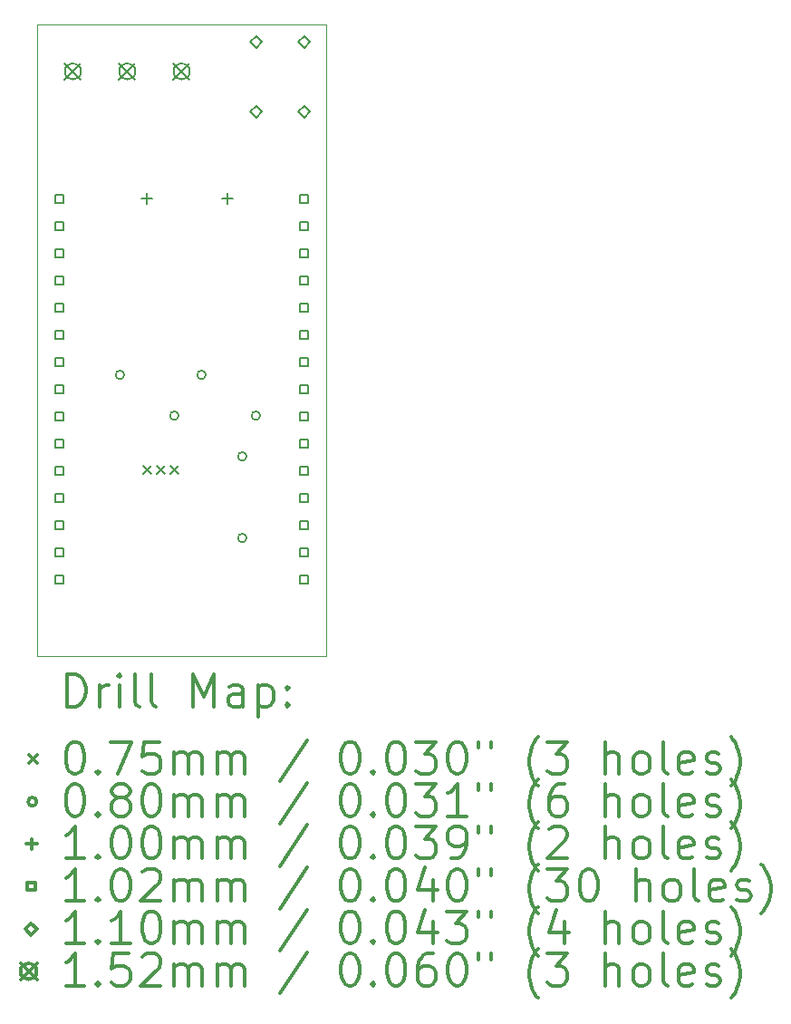
<source format=gbr>
%FSLAX45Y45*%
G04 Gerber Fmt 4.5, Leading zero omitted, Abs format (unit mm)*
G04 Created by KiCad (PCBNEW (5.1.4-0-10_14)) date 2020-02-21 16:53:22*
%MOMM*%
%LPD*%
G04 APERTURE LIST*
%ADD10C,0.050000*%
%ADD11C,0.200000*%
%ADD12C,0.300000*%
G04 APERTURE END LIST*
D10*
X0Y-5905500D02*
X12700Y-5905500D01*
X0Y0D02*
X0Y-5905500D01*
X12700Y0D02*
X0Y0D01*
X2705100Y0D02*
X12700Y0D01*
X2705100Y-5905500D02*
X2705100Y0D01*
X12700Y-5905500D02*
X2705100Y-5905500D01*
D11*
X991200Y-4128100D02*
X1066200Y-4203100D01*
X1066200Y-4128100D02*
X991200Y-4203100D01*
X1118200Y-4128100D02*
X1193200Y-4203100D01*
X1193200Y-4128100D02*
X1118200Y-4203100D01*
X1245200Y-4128100D02*
X1320200Y-4203100D01*
X1320200Y-4128100D02*
X1245200Y-4203100D01*
X1322700Y-3657600D02*
G75*
G03X1322700Y-3657600I-40000J0D01*
G01*
X2084700Y-3657600D02*
G75*
G03X2084700Y-3657600I-40000J0D01*
G01*
X1957700Y-4038600D02*
G75*
G03X1957700Y-4038600I-40000J0D01*
G01*
X1957700Y-4800600D02*
G75*
G03X1957700Y-4800600I-40000J0D01*
G01*
X814700Y-3276600D02*
G75*
G03X814700Y-3276600I-40000J0D01*
G01*
X1576700Y-3276600D02*
G75*
G03X1576700Y-3276600I-40000J0D01*
G01*
X1028700Y-1575600D02*
X1028700Y-1675600D01*
X978700Y-1625600D02*
X1078700Y-1625600D01*
X1778700Y-1575600D02*
X1778700Y-1675600D01*
X1728700Y-1625600D02*
X1828700Y-1625600D01*
X246621Y-1669021D02*
X246621Y-1597179D01*
X174779Y-1597179D01*
X174779Y-1669021D01*
X246621Y-1669021D01*
X246621Y-1923021D02*
X246621Y-1851179D01*
X174779Y-1851179D01*
X174779Y-1923021D01*
X246621Y-1923021D01*
X246621Y-2177022D02*
X246621Y-2105179D01*
X174779Y-2105179D01*
X174779Y-2177022D01*
X246621Y-2177022D01*
X246621Y-2431022D02*
X246621Y-2359179D01*
X174779Y-2359179D01*
X174779Y-2431022D01*
X246621Y-2431022D01*
X246621Y-2685022D02*
X246621Y-2613179D01*
X174779Y-2613179D01*
X174779Y-2685022D01*
X246621Y-2685022D01*
X246621Y-2939021D02*
X246621Y-2867179D01*
X174779Y-2867179D01*
X174779Y-2939021D01*
X246621Y-2939021D01*
X246621Y-3193021D02*
X246621Y-3121179D01*
X174779Y-3121179D01*
X174779Y-3193021D01*
X246621Y-3193021D01*
X246621Y-3447021D02*
X246621Y-3375179D01*
X174779Y-3375179D01*
X174779Y-3447021D01*
X246621Y-3447021D01*
X246621Y-3701021D02*
X246621Y-3629179D01*
X174779Y-3629179D01*
X174779Y-3701021D01*
X246621Y-3701021D01*
X246621Y-3955021D02*
X246621Y-3883179D01*
X174779Y-3883179D01*
X174779Y-3955021D01*
X246621Y-3955021D01*
X246621Y-4209022D02*
X246621Y-4137179D01*
X174779Y-4137179D01*
X174779Y-4209022D01*
X246621Y-4209022D01*
X246621Y-4463022D02*
X246621Y-4391179D01*
X174779Y-4391179D01*
X174779Y-4463022D01*
X246621Y-4463022D01*
X246621Y-4717022D02*
X246621Y-4645179D01*
X174779Y-4645179D01*
X174779Y-4717022D01*
X246621Y-4717022D01*
X246621Y-4971022D02*
X246621Y-4899179D01*
X174779Y-4899179D01*
X174779Y-4971022D01*
X246621Y-4971022D01*
X246621Y-5225022D02*
X246621Y-5153179D01*
X174779Y-5153179D01*
X174779Y-5225022D01*
X246621Y-5225022D01*
X2532622Y-1669021D02*
X2532622Y-1597179D01*
X2460779Y-1597179D01*
X2460779Y-1669021D01*
X2532622Y-1669021D01*
X2532622Y-1923021D02*
X2532622Y-1851179D01*
X2460779Y-1851179D01*
X2460779Y-1923021D01*
X2532622Y-1923021D01*
X2532622Y-2177022D02*
X2532622Y-2105179D01*
X2460779Y-2105179D01*
X2460779Y-2177022D01*
X2532622Y-2177022D01*
X2532622Y-2431022D02*
X2532622Y-2359179D01*
X2460779Y-2359179D01*
X2460779Y-2431022D01*
X2532622Y-2431022D01*
X2532622Y-2685022D02*
X2532622Y-2613179D01*
X2460779Y-2613179D01*
X2460779Y-2685022D01*
X2532622Y-2685022D01*
X2532622Y-2939021D02*
X2532622Y-2867179D01*
X2460779Y-2867179D01*
X2460779Y-2939021D01*
X2532622Y-2939021D01*
X2532622Y-3193021D02*
X2532622Y-3121179D01*
X2460779Y-3121179D01*
X2460779Y-3193021D01*
X2532622Y-3193021D01*
X2532622Y-3447021D02*
X2532622Y-3375179D01*
X2460779Y-3375179D01*
X2460779Y-3447021D01*
X2532622Y-3447021D01*
X2532622Y-3701021D02*
X2532622Y-3629179D01*
X2460779Y-3629179D01*
X2460779Y-3701021D01*
X2532622Y-3701021D01*
X2532622Y-3955021D02*
X2532622Y-3883179D01*
X2460779Y-3883179D01*
X2460779Y-3955021D01*
X2532622Y-3955021D01*
X2532622Y-4209022D02*
X2532622Y-4137179D01*
X2460779Y-4137179D01*
X2460779Y-4209022D01*
X2532622Y-4209022D01*
X2532622Y-4463022D02*
X2532622Y-4391179D01*
X2460779Y-4391179D01*
X2460779Y-4463022D01*
X2532622Y-4463022D01*
X2532622Y-4717022D02*
X2532622Y-4645179D01*
X2460779Y-4645179D01*
X2460779Y-4717022D01*
X2532622Y-4717022D01*
X2532622Y-4971022D02*
X2532622Y-4899179D01*
X2460779Y-4899179D01*
X2460779Y-4971022D01*
X2532622Y-4971022D01*
X2532622Y-5225022D02*
X2532622Y-5153179D01*
X2460779Y-5153179D01*
X2460779Y-5225022D01*
X2532622Y-5225022D01*
X2047788Y-221868D02*
X2102788Y-166869D01*
X2047788Y-111868D01*
X1992788Y-166869D01*
X2047788Y-221868D01*
X2047788Y-871868D02*
X2102788Y-816868D01*
X2047788Y-761868D01*
X1992788Y-816868D01*
X2047788Y-871868D01*
X2497788Y-221868D02*
X2552788Y-166869D01*
X2497788Y-111868D01*
X2442788Y-166869D01*
X2497788Y-221868D01*
X2497788Y-871868D02*
X2552788Y-816868D01*
X2497788Y-761868D01*
X2442788Y-816868D01*
X2497788Y-871868D01*
X259592Y-364070D02*
X411592Y-516070D01*
X411592Y-364070D02*
X259592Y-516070D01*
X411592Y-440070D02*
G75*
G03X411592Y-440070I-76000J0D01*
G01*
X767592Y-364070D02*
X919592Y-516070D01*
X919592Y-364070D02*
X767592Y-516070D01*
X919592Y-440070D02*
G75*
G03X919592Y-440070I-76000J0D01*
G01*
X1275592Y-364070D02*
X1427592Y-516070D01*
X1427592Y-364070D02*
X1275592Y-516070D01*
X1427592Y-440070D02*
G75*
G03X1427592Y-440070I-76000J0D01*
G01*
D12*
X283928Y-6373714D02*
X283928Y-6073714D01*
X355357Y-6073714D01*
X398214Y-6088000D01*
X426786Y-6116571D01*
X441071Y-6145143D01*
X455357Y-6202286D01*
X455357Y-6245143D01*
X441071Y-6302286D01*
X426786Y-6330857D01*
X398214Y-6359429D01*
X355357Y-6373714D01*
X283928Y-6373714D01*
X583928Y-6373714D02*
X583928Y-6173714D01*
X583928Y-6230857D02*
X598214Y-6202286D01*
X612500Y-6188000D01*
X641071Y-6173714D01*
X669643Y-6173714D01*
X769643Y-6373714D02*
X769643Y-6173714D01*
X769643Y-6073714D02*
X755357Y-6088000D01*
X769643Y-6102286D01*
X783928Y-6088000D01*
X769643Y-6073714D01*
X769643Y-6102286D01*
X955357Y-6373714D02*
X926786Y-6359429D01*
X912500Y-6330857D01*
X912500Y-6073714D01*
X1112500Y-6373714D02*
X1083928Y-6359429D01*
X1069643Y-6330857D01*
X1069643Y-6073714D01*
X1455357Y-6373714D02*
X1455357Y-6073714D01*
X1555357Y-6288000D01*
X1655357Y-6073714D01*
X1655357Y-6373714D01*
X1926786Y-6373714D02*
X1926786Y-6216571D01*
X1912500Y-6188000D01*
X1883928Y-6173714D01*
X1826786Y-6173714D01*
X1798214Y-6188000D01*
X1926786Y-6359429D02*
X1898214Y-6373714D01*
X1826786Y-6373714D01*
X1798214Y-6359429D01*
X1783928Y-6330857D01*
X1783928Y-6302286D01*
X1798214Y-6273714D01*
X1826786Y-6259429D01*
X1898214Y-6259429D01*
X1926786Y-6245143D01*
X2069643Y-6173714D02*
X2069643Y-6473714D01*
X2069643Y-6188000D02*
X2098214Y-6173714D01*
X2155357Y-6173714D01*
X2183928Y-6188000D01*
X2198214Y-6202286D01*
X2212500Y-6230857D01*
X2212500Y-6316571D01*
X2198214Y-6345143D01*
X2183928Y-6359429D01*
X2155357Y-6373714D01*
X2098214Y-6373714D01*
X2069643Y-6359429D01*
X2341071Y-6345143D02*
X2355357Y-6359429D01*
X2341071Y-6373714D01*
X2326786Y-6359429D01*
X2341071Y-6345143D01*
X2341071Y-6373714D01*
X2341071Y-6188000D02*
X2355357Y-6202286D01*
X2341071Y-6216571D01*
X2326786Y-6202286D01*
X2341071Y-6188000D01*
X2341071Y-6216571D01*
X-77500Y-6830500D02*
X-2500Y-6905500D01*
X-2500Y-6830500D02*
X-77500Y-6905500D01*
X341071Y-6703714D02*
X369643Y-6703714D01*
X398214Y-6718000D01*
X412500Y-6732286D01*
X426786Y-6760857D01*
X441071Y-6818000D01*
X441071Y-6889429D01*
X426786Y-6946571D01*
X412500Y-6975143D01*
X398214Y-6989429D01*
X369643Y-7003714D01*
X341071Y-7003714D01*
X312500Y-6989429D01*
X298214Y-6975143D01*
X283928Y-6946571D01*
X269643Y-6889429D01*
X269643Y-6818000D01*
X283928Y-6760857D01*
X298214Y-6732286D01*
X312500Y-6718000D01*
X341071Y-6703714D01*
X569643Y-6975143D02*
X583928Y-6989429D01*
X569643Y-7003714D01*
X555357Y-6989429D01*
X569643Y-6975143D01*
X569643Y-7003714D01*
X683928Y-6703714D02*
X883928Y-6703714D01*
X755357Y-7003714D01*
X1141071Y-6703714D02*
X998214Y-6703714D01*
X983928Y-6846571D01*
X998214Y-6832286D01*
X1026786Y-6818000D01*
X1098214Y-6818000D01*
X1126786Y-6832286D01*
X1141071Y-6846571D01*
X1155357Y-6875143D01*
X1155357Y-6946571D01*
X1141071Y-6975143D01*
X1126786Y-6989429D01*
X1098214Y-7003714D01*
X1026786Y-7003714D01*
X998214Y-6989429D01*
X983928Y-6975143D01*
X1283928Y-7003714D02*
X1283928Y-6803714D01*
X1283928Y-6832286D02*
X1298214Y-6818000D01*
X1326786Y-6803714D01*
X1369643Y-6803714D01*
X1398214Y-6818000D01*
X1412500Y-6846571D01*
X1412500Y-7003714D01*
X1412500Y-6846571D02*
X1426786Y-6818000D01*
X1455357Y-6803714D01*
X1498214Y-6803714D01*
X1526786Y-6818000D01*
X1541071Y-6846571D01*
X1541071Y-7003714D01*
X1683928Y-7003714D02*
X1683928Y-6803714D01*
X1683928Y-6832286D02*
X1698214Y-6818000D01*
X1726786Y-6803714D01*
X1769643Y-6803714D01*
X1798214Y-6818000D01*
X1812500Y-6846571D01*
X1812500Y-7003714D01*
X1812500Y-6846571D02*
X1826786Y-6818000D01*
X1855357Y-6803714D01*
X1898214Y-6803714D01*
X1926786Y-6818000D01*
X1941071Y-6846571D01*
X1941071Y-7003714D01*
X2526786Y-6689429D02*
X2269643Y-7075143D01*
X2912500Y-6703714D02*
X2941071Y-6703714D01*
X2969643Y-6718000D01*
X2983928Y-6732286D01*
X2998214Y-6760857D01*
X3012500Y-6818000D01*
X3012500Y-6889429D01*
X2998214Y-6946571D01*
X2983928Y-6975143D01*
X2969643Y-6989429D01*
X2941071Y-7003714D01*
X2912500Y-7003714D01*
X2883928Y-6989429D01*
X2869643Y-6975143D01*
X2855357Y-6946571D01*
X2841071Y-6889429D01*
X2841071Y-6818000D01*
X2855357Y-6760857D01*
X2869643Y-6732286D01*
X2883928Y-6718000D01*
X2912500Y-6703714D01*
X3141071Y-6975143D02*
X3155357Y-6989429D01*
X3141071Y-7003714D01*
X3126786Y-6989429D01*
X3141071Y-6975143D01*
X3141071Y-7003714D01*
X3341071Y-6703714D02*
X3369643Y-6703714D01*
X3398214Y-6718000D01*
X3412500Y-6732286D01*
X3426786Y-6760857D01*
X3441071Y-6818000D01*
X3441071Y-6889429D01*
X3426786Y-6946571D01*
X3412500Y-6975143D01*
X3398214Y-6989429D01*
X3369643Y-7003714D01*
X3341071Y-7003714D01*
X3312500Y-6989429D01*
X3298214Y-6975143D01*
X3283928Y-6946571D01*
X3269643Y-6889429D01*
X3269643Y-6818000D01*
X3283928Y-6760857D01*
X3298214Y-6732286D01*
X3312500Y-6718000D01*
X3341071Y-6703714D01*
X3541071Y-6703714D02*
X3726786Y-6703714D01*
X3626786Y-6818000D01*
X3669643Y-6818000D01*
X3698214Y-6832286D01*
X3712500Y-6846571D01*
X3726786Y-6875143D01*
X3726786Y-6946571D01*
X3712500Y-6975143D01*
X3698214Y-6989429D01*
X3669643Y-7003714D01*
X3583928Y-7003714D01*
X3555357Y-6989429D01*
X3541071Y-6975143D01*
X3912500Y-6703714D02*
X3941071Y-6703714D01*
X3969643Y-6718000D01*
X3983928Y-6732286D01*
X3998214Y-6760857D01*
X4012500Y-6818000D01*
X4012500Y-6889429D01*
X3998214Y-6946571D01*
X3983928Y-6975143D01*
X3969643Y-6989429D01*
X3941071Y-7003714D01*
X3912500Y-7003714D01*
X3883928Y-6989429D01*
X3869643Y-6975143D01*
X3855357Y-6946571D01*
X3841071Y-6889429D01*
X3841071Y-6818000D01*
X3855357Y-6760857D01*
X3869643Y-6732286D01*
X3883928Y-6718000D01*
X3912500Y-6703714D01*
X4126786Y-6703714D02*
X4126786Y-6760857D01*
X4241071Y-6703714D02*
X4241071Y-6760857D01*
X4683928Y-7118000D02*
X4669643Y-7103714D01*
X4641071Y-7060857D01*
X4626786Y-7032286D01*
X4612500Y-6989429D01*
X4598214Y-6918000D01*
X4598214Y-6860857D01*
X4612500Y-6789429D01*
X4626786Y-6746571D01*
X4641071Y-6718000D01*
X4669643Y-6675143D01*
X4683928Y-6660857D01*
X4769643Y-6703714D02*
X4955357Y-6703714D01*
X4855357Y-6818000D01*
X4898214Y-6818000D01*
X4926786Y-6832286D01*
X4941071Y-6846571D01*
X4955357Y-6875143D01*
X4955357Y-6946571D01*
X4941071Y-6975143D01*
X4926786Y-6989429D01*
X4898214Y-7003714D01*
X4812500Y-7003714D01*
X4783928Y-6989429D01*
X4769643Y-6975143D01*
X5312500Y-7003714D02*
X5312500Y-6703714D01*
X5441071Y-7003714D02*
X5441071Y-6846571D01*
X5426786Y-6818000D01*
X5398214Y-6803714D01*
X5355357Y-6803714D01*
X5326786Y-6818000D01*
X5312500Y-6832286D01*
X5626786Y-7003714D02*
X5598214Y-6989429D01*
X5583928Y-6975143D01*
X5569643Y-6946571D01*
X5569643Y-6860857D01*
X5583928Y-6832286D01*
X5598214Y-6818000D01*
X5626786Y-6803714D01*
X5669643Y-6803714D01*
X5698214Y-6818000D01*
X5712500Y-6832286D01*
X5726786Y-6860857D01*
X5726786Y-6946571D01*
X5712500Y-6975143D01*
X5698214Y-6989429D01*
X5669643Y-7003714D01*
X5626786Y-7003714D01*
X5898214Y-7003714D02*
X5869643Y-6989429D01*
X5855357Y-6960857D01*
X5855357Y-6703714D01*
X6126786Y-6989429D02*
X6098214Y-7003714D01*
X6041071Y-7003714D01*
X6012500Y-6989429D01*
X5998214Y-6960857D01*
X5998214Y-6846571D01*
X6012500Y-6818000D01*
X6041071Y-6803714D01*
X6098214Y-6803714D01*
X6126786Y-6818000D01*
X6141071Y-6846571D01*
X6141071Y-6875143D01*
X5998214Y-6903714D01*
X6255357Y-6989429D02*
X6283928Y-7003714D01*
X6341071Y-7003714D01*
X6369643Y-6989429D01*
X6383928Y-6960857D01*
X6383928Y-6946571D01*
X6369643Y-6918000D01*
X6341071Y-6903714D01*
X6298214Y-6903714D01*
X6269643Y-6889429D01*
X6255357Y-6860857D01*
X6255357Y-6846571D01*
X6269643Y-6818000D01*
X6298214Y-6803714D01*
X6341071Y-6803714D01*
X6369643Y-6818000D01*
X6483928Y-7118000D02*
X6498214Y-7103714D01*
X6526786Y-7060857D01*
X6541071Y-7032286D01*
X6555357Y-6989429D01*
X6569643Y-6918000D01*
X6569643Y-6860857D01*
X6555357Y-6789429D01*
X6541071Y-6746571D01*
X6526786Y-6718000D01*
X6498214Y-6675143D01*
X6483928Y-6660857D01*
X-2500Y-7264000D02*
G75*
G03X-2500Y-7264000I-40000J0D01*
G01*
X341071Y-7099714D02*
X369643Y-7099714D01*
X398214Y-7114000D01*
X412500Y-7128286D01*
X426786Y-7156857D01*
X441071Y-7214000D01*
X441071Y-7285429D01*
X426786Y-7342571D01*
X412500Y-7371143D01*
X398214Y-7385429D01*
X369643Y-7399714D01*
X341071Y-7399714D01*
X312500Y-7385429D01*
X298214Y-7371143D01*
X283928Y-7342571D01*
X269643Y-7285429D01*
X269643Y-7214000D01*
X283928Y-7156857D01*
X298214Y-7128286D01*
X312500Y-7114000D01*
X341071Y-7099714D01*
X569643Y-7371143D02*
X583928Y-7385429D01*
X569643Y-7399714D01*
X555357Y-7385429D01*
X569643Y-7371143D01*
X569643Y-7399714D01*
X755357Y-7228286D02*
X726786Y-7214000D01*
X712500Y-7199714D01*
X698214Y-7171143D01*
X698214Y-7156857D01*
X712500Y-7128286D01*
X726786Y-7114000D01*
X755357Y-7099714D01*
X812500Y-7099714D01*
X841071Y-7114000D01*
X855357Y-7128286D01*
X869643Y-7156857D01*
X869643Y-7171143D01*
X855357Y-7199714D01*
X841071Y-7214000D01*
X812500Y-7228286D01*
X755357Y-7228286D01*
X726786Y-7242571D01*
X712500Y-7256857D01*
X698214Y-7285429D01*
X698214Y-7342571D01*
X712500Y-7371143D01*
X726786Y-7385429D01*
X755357Y-7399714D01*
X812500Y-7399714D01*
X841071Y-7385429D01*
X855357Y-7371143D01*
X869643Y-7342571D01*
X869643Y-7285429D01*
X855357Y-7256857D01*
X841071Y-7242571D01*
X812500Y-7228286D01*
X1055357Y-7099714D02*
X1083928Y-7099714D01*
X1112500Y-7114000D01*
X1126786Y-7128286D01*
X1141071Y-7156857D01*
X1155357Y-7214000D01*
X1155357Y-7285429D01*
X1141071Y-7342571D01*
X1126786Y-7371143D01*
X1112500Y-7385429D01*
X1083928Y-7399714D01*
X1055357Y-7399714D01*
X1026786Y-7385429D01*
X1012500Y-7371143D01*
X998214Y-7342571D01*
X983928Y-7285429D01*
X983928Y-7214000D01*
X998214Y-7156857D01*
X1012500Y-7128286D01*
X1026786Y-7114000D01*
X1055357Y-7099714D01*
X1283928Y-7399714D02*
X1283928Y-7199714D01*
X1283928Y-7228286D02*
X1298214Y-7214000D01*
X1326786Y-7199714D01*
X1369643Y-7199714D01*
X1398214Y-7214000D01*
X1412500Y-7242571D01*
X1412500Y-7399714D01*
X1412500Y-7242571D02*
X1426786Y-7214000D01*
X1455357Y-7199714D01*
X1498214Y-7199714D01*
X1526786Y-7214000D01*
X1541071Y-7242571D01*
X1541071Y-7399714D01*
X1683928Y-7399714D02*
X1683928Y-7199714D01*
X1683928Y-7228286D02*
X1698214Y-7214000D01*
X1726786Y-7199714D01*
X1769643Y-7199714D01*
X1798214Y-7214000D01*
X1812500Y-7242571D01*
X1812500Y-7399714D01*
X1812500Y-7242571D02*
X1826786Y-7214000D01*
X1855357Y-7199714D01*
X1898214Y-7199714D01*
X1926786Y-7214000D01*
X1941071Y-7242571D01*
X1941071Y-7399714D01*
X2526786Y-7085429D02*
X2269643Y-7471143D01*
X2912500Y-7099714D02*
X2941071Y-7099714D01*
X2969643Y-7114000D01*
X2983928Y-7128286D01*
X2998214Y-7156857D01*
X3012500Y-7214000D01*
X3012500Y-7285429D01*
X2998214Y-7342571D01*
X2983928Y-7371143D01*
X2969643Y-7385429D01*
X2941071Y-7399714D01*
X2912500Y-7399714D01*
X2883928Y-7385429D01*
X2869643Y-7371143D01*
X2855357Y-7342571D01*
X2841071Y-7285429D01*
X2841071Y-7214000D01*
X2855357Y-7156857D01*
X2869643Y-7128286D01*
X2883928Y-7114000D01*
X2912500Y-7099714D01*
X3141071Y-7371143D02*
X3155357Y-7385429D01*
X3141071Y-7399714D01*
X3126786Y-7385429D01*
X3141071Y-7371143D01*
X3141071Y-7399714D01*
X3341071Y-7099714D02*
X3369643Y-7099714D01*
X3398214Y-7114000D01*
X3412500Y-7128286D01*
X3426786Y-7156857D01*
X3441071Y-7214000D01*
X3441071Y-7285429D01*
X3426786Y-7342571D01*
X3412500Y-7371143D01*
X3398214Y-7385429D01*
X3369643Y-7399714D01*
X3341071Y-7399714D01*
X3312500Y-7385429D01*
X3298214Y-7371143D01*
X3283928Y-7342571D01*
X3269643Y-7285429D01*
X3269643Y-7214000D01*
X3283928Y-7156857D01*
X3298214Y-7128286D01*
X3312500Y-7114000D01*
X3341071Y-7099714D01*
X3541071Y-7099714D02*
X3726786Y-7099714D01*
X3626786Y-7214000D01*
X3669643Y-7214000D01*
X3698214Y-7228286D01*
X3712500Y-7242571D01*
X3726786Y-7271143D01*
X3726786Y-7342571D01*
X3712500Y-7371143D01*
X3698214Y-7385429D01*
X3669643Y-7399714D01*
X3583928Y-7399714D01*
X3555357Y-7385429D01*
X3541071Y-7371143D01*
X4012500Y-7399714D02*
X3841071Y-7399714D01*
X3926786Y-7399714D02*
X3926786Y-7099714D01*
X3898214Y-7142571D01*
X3869643Y-7171143D01*
X3841071Y-7185429D01*
X4126786Y-7099714D02*
X4126786Y-7156857D01*
X4241071Y-7099714D02*
X4241071Y-7156857D01*
X4683928Y-7514000D02*
X4669643Y-7499714D01*
X4641071Y-7456857D01*
X4626786Y-7428286D01*
X4612500Y-7385429D01*
X4598214Y-7314000D01*
X4598214Y-7256857D01*
X4612500Y-7185429D01*
X4626786Y-7142571D01*
X4641071Y-7114000D01*
X4669643Y-7071143D01*
X4683928Y-7056857D01*
X4926786Y-7099714D02*
X4869643Y-7099714D01*
X4841071Y-7114000D01*
X4826786Y-7128286D01*
X4798214Y-7171143D01*
X4783928Y-7228286D01*
X4783928Y-7342571D01*
X4798214Y-7371143D01*
X4812500Y-7385429D01*
X4841071Y-7399714D01*
X4898214Y-7399714D01*
X4926786Y-7385429D01*
X4941071Y-7371143D01*
X4955357Y-7342571D01*
X4955357Y-7271143D01*
X4941071Y-7242571D01*
X4926786Y-7228286D01*
X4898214Y-7214000D01*
X4841071Y-7214000D01*
X4812500Y-7228286D01*
X4798214Y-7242571D01*
X4783928Y-7271143D01*
X5312500Y-7399714D02*
X5312500Y-7099714D01*
X5441071Y-7399714D02*
X5441071Y-7242571D01*
X5426786Y-7214000D01*
X5398214Y-7199714D01*
X5355357Y-7199714D01*
X5326786Y-7214000D01*
X5312500Y-7228286D01*
X5626786Y-7399714D02*
X5598214Y-7385429D01*
X5583928Y-7371143D01*
X5569643Y-7342571D01*
X5569643Y-7256857D01*
X5583928Y-7228286D01*
X5598214Y-7214000D01*
X5626786Y-7199714D01*
X5669643Y-7199714D01*
X5698214Y-7214000D01*
X5712500Y-7228286D01*
X5726786Y-7256857D01*
X5726786Y-7342571D01*
X5712500Y-7371143D01*
X5698214Y-7385429D01*
X5669643Y-7399714D01*
X5626786Y-7399714D01*
X5898214Y-7399714D02*
X5869643Y-7385429D01*
X5855357Y-7356857D01*
X5855357Y-7099714D01*
X6126786Y-7385429D02*
X6098214Y-7399714D01*
X6041071Y-7399714D01*
X6012500Y-7385429D01*
X5998214Y-7356857D01*
X5998214Y-7242571D01*
X6012500Y-7214000D01*
X6041071Y-7199714D01*
X6098214Y-7199714D01*
X6126786Y-7214000D01*
X6141071Y-7242571D01*
X6141071Y-7271143D01*
X5998214Y-7299714D01*
X6255357Y-7385429D02*
X6283928Y-7399714D01*
X6341071Y-7399714D01*
X6369643Y-7385429D01*
X6383928Y-7356857D01*
X6383928Y-7342571D01*
X6369643Y-7314000D01*
X6341071Y-7299714D01*
X6298214Y-7299714D01*
X6269643Y-7285429D01*
X6255357Y-7256857D01*
X6255357Y-7242571D01*
X6269643Y-7214000D01*
X6298214Y-7199714D01*
X6341071Y-7199714D01*
X6369643Y-7214000D01*
X6483928Y-7514000D02*
X6498214Y-7499714D01*
X6526786Y-7456857D01*
X6541071Y-7428286D01*
X6555357Y-7385429D01*
X6569643Y-7314000D01*
X6569643Y-7256857D01*
X6555357Y-7185429D01*
X6541071Y-7142571D01*
X6526786Y-7114000D01*
X6498214Y-7071143D01*
X6483928Y-7056857D01*
X-52500Y-7610000D02*
X-52500Y-7710000D01*
X-102500Y-7660000D02*
X-2500Y-7660000D01*
X441071Y-7795714D02*
X269643Y-7795714D01*
X355357Y-7795714D02*
X355357Y-7495714D01*
X326786Y-7538571D01*
X298214Y-7567143D01*
X269643Y-7581429D01*
X569643Y-7767143D02*
X583928Y-7781429D01*
X569643Y-7795714D01*
X555357Y-7781429D01*
X569643Y-7767143D01*
X569643Y-7795714D01*
X769643Y-7495714D02*
X798214Y-7495714D01*
X826786Y-7510000D01*
X841071Y-7524286D01*
X855357Y-7552857D01*
X869643Y-7610000D01*
X869643Y-7681429D01*
X855357Y-7738571D01*
X841071Y-7767143D01*
X826786Y-7781429D01*
X798214Y-7795714D01*
X769643Y-7795714D01*
X741071Y-7781429D01*
X726786Y-7767143D01*
X712500Y-7738571D01*
X698214Y-7681429D01*
X698214Y-7610000D01*
X712500Y-7552857D01*
X726786Y-7524286D01*
X741071Y-7510000D01*
X769643Y-7495714D01*
X1055357Y-7495714D02*
X1083928Y-7495714D01*
X1112500Y-7510000D01*
X1126786Y-7524286D01*
X1141071Y-7552857D01*
X1155357Y-7610000D01*
X1155357Y-7681429D01*
X1141071Y-7738571D01*
X1126786Y-7767143D01*
X1112500Y-7781429D01*
X1083928Y-7795714D01*
X1055357Y-7795714D01*
X1026786Y-7781429D01*
X1012500Y-7767143D01*
X998214Y-7738571D01*
X983928Y-7681429D01*
X983928Y-7610000D01*
X998214Y-7552857D01*
X1012500Y-7524286D01*
X1026786Y-7510000D01*
X1055357Y-7495714D01*
X1283928Y-7795714D02*
X1283928Y-7595714D01*
X1283928Y-7624286D02*
X1298214Y-7610000D01*
X1326786Y-7595714D01*
X1369643Y-7595714D01*
X1398214Y-7610000D01*
X1412500Y-7638571D01*
X1412500Y-7795714D01*
X1412500Y-7638571D02*
X1426786Y-7610000D01*
X1455357Y-7595714D01*
X1498214Y-7595714D01*
X1526786Y-7610000D01*
X1541071Y-7638571D01*
X1541071Y-7795714D01*
X1683928Y-7795714D02*
X1683928Y-7595714D01*
X1683928Y-7624286D02*
X1698214Y-7610000D01*
X1726786Y-7595714D01*
X1769643Y-7595714D01*
X1798214Y-7610000D01*
X1812500Y-7638571D01*
X1812500Y-7795714D01*
X1812500Y-7638571D02*
X1826786Y-7610000D01*
X1855357Y-7595714D01*
X1898214Y-7595714D01*
X1926786Y-7610000D01*
X1941071Y-7638571D01*
X1941071Y-7795714D01*
X2526786Y-7481429D02*
X2269643Y-7867143D01*
X2912500Y-7495714D02*
X2941071Y-7495714D01*
X2969643Y-7510000D01*
X2983928Y-7524286D01*
X2998214Y-7552857D01*
X3012500Y-7610000D01*
X3012500Y-7681429D01*
X2998214Y-7738571D01*
X2983928Y-7767143D01*
X2969643Y-7781429D01*
X2941071Y-7795714D01*
X2912500Y-7795714D01*
X2883928Y-7781429D01*
X2869643Y-7767143D01*
X2855357Y-7738571D01*
X2841071Y-7681429D01*
X2841071Y-7610000D01*
X2855357Y-7552857D01*
X2869643Y-7524286D01*
X2883928Y-7510000D01*
X2912500Y-7495714D01*
X3141071Y-7767143D02*
X3155357Y-7781429D01*
X3141071Y-7795714D01*
X3126786Y-7781429D01*
X3141071Y-7767143D01*
X3141071Y-7795714D01*
X3341071Y-7495714D02*
X3369643Y-7495714D01*
X3398214Y-7510000D01*
X3412500Y-7524286D01*
X3426786Y-7552857D01*
X3441071Y-7610000D01*
X3441071Y-7681429D01*
X3426786Y-7738571D01*
X3412500Y-7767143D01*
X3398214Y-7781429D01*
X3369643Y-7795714D01*
X3341071Y-7795714D01*
X3312500Y-7781429D01*
X3298214Y-7767143D01*
X3283928Y-7738571D01*
X3269643Y-7681429D01*
X3269643Y-7610000D01*
X3283928Y-7552857D01*
X3298214Y-7524286D01*
X3312500Y-7510000D01*
X3341071Y-7495714D01*
X3541071Y-7495714D02*
X3726786Y-7495714D01*
X3626786Y-7610000D01*
X3669643Y-7610000D01*
X3698214Y-7624286D01*
X3712500Y-7638571D01*
X3726786Y-7667143D01*
X3726786Y-7738571D01*
X3712500Y-7767143D01*
X3698214Y-7781429D01*
X3669643Y-7795714D01*
X3583928Y-7795714D01*
X3555357Y-7781429D01*
X3541071Y-7767143D01*
X3869643Y-7795714D02*
X3926786Y-7795714D01*
X3955357Y-7781429D01*
X3969643Y-7767143D01*
X3998214Y-7724286D01*
X4012500Y-7667143D01*
X4012500Y-7552857D01*
X3998214Y-7524286D01*
X3983928Y-7510000D01*
X3955357Y-7495714D01*
X3898214Y-7495714D01*
X3869643Y-7510000D01*
X3855357Y-7524286D01*
X3841071Y-7552857D01*
X3841071Y-7624286D01*
X3855357Y-7652857D01*
X3869643Y-7667143D01*
X3898214Y-7681429D01*
X3955357Y-7681429D01*
X3983928Y-7667143D01*
X3998214Y-7652857D01*
X4012500Y-7624286D01*
X4126786Y-7495714D02*
X4126786Y-7552857D01*
X4241071Y-7495714D02*
X4241071Y-7552857D01*
X4683928Y-7910000D02*
X4669643Y-7895714D01*
X4641071Y-7852857D01*
X4626786Y-7824286D01*
X4612500Y-7781429D01*
X4598214Y-7710000D01*
X4598214Y-7652857D01*
X4612500Y-7581429D01*
X4626786Y-7538571D01*
X4641071Y-7510000D01*
X4669643Y-7467143D01*
X4683928Y-7452857D01*
X4783928Y-7524286D02*
X4798214Y-7510000D01*
X4826786Y-7495714D01*
X4898214Y-7495714D01*
X4926786Y-7510000D01*
X4941071Y-7524286D01*
X4955357Y-7552857D01*
X4955357Y-7581429D01*
X4941071Y-7624286D01*
X4769643Y-7795714D01*
X4955357Y-7795714D01*
X5312500Y-7795714D02*
X5312500Y-7495714D01*
X5441071Y-7795714D02*
X5441071Y-7638571D01*
X5426786Y-7610000D01*
X5398214Y-7595714D01*
X5355357Y-7595714D01*
X5326786Y-7610000D01*
X5312500Y-7624286D01*
X5626786Y-7795714D02*
X5598214Y-7781429D01*
X5583928Y-7767143D01*
X5569643Y-7738571D01*
X5569643Y-7652857D01*
X5583928Y-7624286D01*
X5598214Y-7610000D01*
X5626786Y-7595714D01*
X5669643Y-7595714D01*
X5698214Y-7610000D01*
X5712500Y-7624286D01*
X5726786Y-7652857D01*
X5726786Y-7738571D01*
X5712500Y-7767143D01*
X5698214Y-7781429D01*
X5669643Y-7795714D01*
X5626786Y-7795714D01*
X5898214Y-7795714D02*
X5869643Y-7781429D01*
X5855357Y-7752857D01*
X5855357Y-7495714D01*
X6126786Y-7781429D02*
X6098214Y-7795714D01*
X6041071Y-7795714D01*
X6012500Y-7781429D01*
X5998214Y-7752857D01*
X5998214Y-7638571D01*
X6012500Y-7610000D01*
X6041071Y-7595714D01*
X6098214Y-7595714D01*
X6126786Y-7610000D01*
X6141071Y-7638571D01*
X6141071Y-7667143D01*
X5998214Y-7695714D01*
X6255357Y-7781429D02*
X6283928Y-7795714D01*
X6341071Y-7795714D01*
X6369643Y-7781429D01*
X6383928Y-7752857D01*
X6383928Y-7738571D01*
X6369643Y-7710000D01*
X6341071Y-7695714D01*
X6298214Y-7695714D01*
X6269643Y-7681429D01*
X6255357Y-7652857D01*
X6255357Y-7638571D01*
X6269643Y-7610000D01*
X6298214Y-7595714D01*
X6341071Y-7595714D01*
X6369643Y-7610000D01*
X6483928Y-7910000D02*
X6498214Y-7895714D01*
X6526786Y-7852857D01*
X6541071Y-7824286D01*
X6555357Y-7781429D01*
X6569643Y-7710000D01*
X6569643Y-7652857D01*
X6555357Y-7581429D01*
X6541071Y-7538571D01*
X6526786Y-7510000D01*
X6498214Y-7467143D01*
X6483928Y-7452857D01*
X-17379Y-8091921D02*
X-17379Y-8020079D01*
X-89221Y-8020079D01*
X-89221Y-8091921D01*
X-17379Y-8091921D01*
X441071Y-8191714D02*
X269643Y-8191714D01*
X355357Y-8191714D02*
X355357Y-7891714D01*
X326786Y-7934571D01*
X298214Y-7963143D01*
X269643Y-7977429D01*
X569643Y-8163143D02*
X583928Y-8177429D01*
X569643Y-8191714D01*
X555357Y-8177429D01*
X569643Y-8163143D01*
X569643Y-8191714D01*
X769643Y-7891714D02*
X798214Y-7891714D01*
X826786Y-7906000D01*
X841071Y-7920286D01*
X855357Y-7948857D01*
X869643Y-8006000D01*
X869643Y-8077429D01*
X855357Y-8134571D01*
X841071Y-8163143D01*
X826786Y-8177429D01*
X798214Y-8191714D01*
X769643Y-8191714D01*
X741071Y-8177429D01*
X726786Y-8163143D01*
X712500Y-8134571D01*
X698214Y-8077429D01*
X698214Y-8006000D01*
X712500Y-7948857D01*
X726786Y-7920286D01*
X741071Y-7906000D01*
X769643Y-7891714D01*
X983928Y-7920286D02*
X998214Y-7906000D01*
X1026786Y-7891714D01*
X1098214Y-7891714D01*
X1126786Y-7906000D01*
X1141071Y-7920286D01*
X1155357Y-7948857D01*
X1155357Y-7977429D01*
X1141071Y-8020286D01*
X969643Y-8191714D01*
X1155357Y-8191714D01*
X1283928Y-8191714D02*
X1283928Y-7991714D01*
X1283928Y-8020286D02*
X1298214Y-8006000D01*
X1326786Y-7991714D01*
X1369643Y-7991714D01*
X1398214Y-8006000D01*
X1412500Y-8034571D01*
X1412500Y-8191714D01*
X1412500Y-8034571D02*
X1426786Y-8006000D01*
X1455357Y-7991714D01*
X1498214Y-7991714D01*
X1526786Y-8006000D01*
X1541071Y-8034571D01*
X1541071Y-8191714D01*
X1683928Y-8191714D02*
X1683928Y-7991714D01*
X1683928Y-8020286D02*
X1698214Y-8006000D01*
X1726786Y-7991714D01*
X1769643Y-7991714D01*
X1798214Y-8006000D01*
X1812500Y-8034571D01*
X1812500Y-8191714D01*
X1812500Y-8034571D02*
X1826786Y-8006000D01*
X1855357Y-7991714D01*
X1898214Y-7991714D01*
X1926786Y-8006000D01*
X1941071Y-8034571D01*
X1941071Y-8191714D01*
X2526786Y-7877429D02*
X2269643Y-8263143D01*
X2912500Y-7891714D02*
X2941071Y-7891714D01*
X2969643Y-7906000D01*
X2983928Y-7920286D01*
X2998214Y-7948857D01*
X3012500Y-8006000D01*
X3012500Y-8077429D01*
X2998214Y-8134571D01*
X2983928Y-8163143D01*
X2969643Y-8177429D01*
X2941071Y-8191714D01*
X2912500Y-8191714D01*
X2883928Y-8177429D01*
X2869643Y-8163143D01*
X2855357Y-8134571D01*
X2841071Y-8077429D01*
X2841071Y-8006000D01*
X2855357Y-7948857D01*
X2869643Y-7920286D01*
X2883928Y-7906000D01*
X2912500Y-7891714D01*
X3141071Y-8163143D02*
X3155357Y-8177429D01*
X3141071Y-8191714D01*
X3126786Y-8177429D01*
X3141071Y-8163143D01*
X3141071Y-8191714D01*
X3341071Y-7891714D02*
X3369643Y-7891714D01*
X3398214Y-7906000D01*
X3412500Y-7920286D01*
X3426786Y-7948857D01*
X3441071Y-8006000D01*
X3441071Y-8077429D01*
X3426786Y-8134571D01*
X3412500Y-8163143D01*
X3398214Y-8177429D01*
X3369643Y-8191714D01*
X3341071Y-8191714D01*
X3312500Y-8177429D01*
X3298214Y-8163143D01*
X3283928Y-8134571D01*
X3269643Y-8077429D01*
X3269643Y-8006000D01*
X3283928Y-7948857D01*
X3298214Y-7920286D01*
X3312500Y-7906000D01*
X3341071Y-7891714D01*
X3698214Y-7991714D02*
X3698214Y-8191714D01*
X3626786Y-7877429D02*
X3555357Y-8091714D01*
X3741071Y-8091714D01*
X3912500Y-7891714D02*
X3941071Y-7891714D01*
X3969643Y-7906000D01*
X3983928Y-7920286D01*
X3998214Y-7948857D01*
X4012500Y-8006000D01*
X4012500Y-8077429D01*
X3998214Y-8134571D01*
X3983928Y-8163143D01*
X3969643Y-8177429D01*
X3941071Y-8191714D01*
X3912500Y-8191714D01*
X3883928Y-8177429D01*
X3869643Y-8163143D01*
X3855357Y-8134571D01*
X3841071Y-8077429D01*
X3841071Y-8006000D01*
X3855357Y-7948857D01*
X3869643Y-7920286D01*
X3883928Y-7906000D01*
X3912500Y-7891714D01*
X4126786Y-7891714D02*
X4126786Y-7948857D01*
X4241071Y-7891714D02*
X4241071Y-7948857D01*
X4683928Y-8306000D02*
X4669643Y-8291714D01*
X4641071Y-8248857D01*
X4626786Y-8220286D01*
X4612500Y-8177429D01*
X4598214Y-8106000D01*
X4598214Y-8048857D01*
X4612500Y-7977429D01*
X4626786Y-7934571D01*
X4641071Y-7906000D01*
X4669643Y-7863143D01*
X4683928Y-7848857D01*
X4769643Y-7891714D02*
X4955357Y-7891714D01*
X4855357Y-8006000D01*
X4898214Y-8006000D01*
X4926786Y-8020286D01*
X4941071Y-8034571D01*
X4955357Y-8063143D01*
X4955357Y-8134571D01*
X4941071Y-8163143D01*
X4926786Y-8177429D01*
X4898214Y-8191714D01*
X4812500Y-8191714D01*
X4783928Y-8177429D01*
X4769643Y-8163143D01*
X5141071Y-7891714D02*
X5169643Y-7891714D01*
X5198214Y-7906000D01*
X5212500Y-7920286D01*
X5226786Y-7948857D01*
X5241071Y-8006000D01*
X5241071Y-8077429D01*
X5226786Y-8134571D01*
X5212500Y-8163143D01*
X5198214Y-8177429D01*
X5169643Y-8191714D01*
X5141071Y-8191714D01*
X5112500Y-8177429D01*
X5098214Y-8163143D01*
X5083928Y-8134571D01*
X5069643Y-8077429D01*
X5069643Y-8006000D01*
X5083928Y-7948857D01*
X5098214Y-7920286D01*
X5112500Y-7906000D01*
X5141071Y-7891714D01*
X5598214Y-8191714D02*
X5598214Y-7891714D01*
X5726786Y-8191714D02*
X5726786Y-8034571D01*
X5712500Y-8006000D01*
X5683928Y-7991714D01*
X5641071Y-7991714D01*
X5612500Y-8006000D01*
X5598214Y-8020286D01*
X5912500Y-8191714D02*
X5883928Y-8177429D01*
X5869643Y-8163143D01*
X5855357Y-8134571D01*
X5855357Y-8048857D01*
X5869643Y-8020286D01*
X5883928Y-8006000D01*
X5912500Y-7991714D01*
X5955357Y-7991714D01*
X5983928Y-8006000D01*
X5998214Y-8020286D01*
X6012500Y-8048857D01*
X6012500Y-8134571D01*
X5998214Y-8163143D01*
X5983928Y-8177429D01*
X5955357Y-8191714D01*
X5912500Y-8191714D01*
X6183928Y-8191714D02*
X6155357Y-8177429D01*
X6141071Y-8148857D01*
X6141071Y-7891714D01*
X6412500Y-8177429D02*
X6383928Y-8191714D01*
X6326786Y-8191714D01*
X6298214Y-8177429D01*
X6283928Y-8148857D01*
X6283928Y-8034571D01*
X6298214Y-8006000D01*
X6326786Y-7991714D01*
X6383928Y-7991714D01*
X6412500Y-8006000D01*
X6426786Y-8034571D01*
X6426786Y-8063143D01*
X6283928Y-8091714D01*
X6541071Y-8177429D02*
X6569643Y-8191714D01*
X6626786Y-8191714D01*
X6655357Y-8177429D01*
X6669643Y-8148857D01*
X6669643Y-8134571D01*
X6655357Y-8106000D01*
X6626786Y-8091714D01*
X6583928Y-8091714D01*
X6555357Y-8077429D01*
X6541071Y-8048857D01*
X6541071Y-8034571D01*
X6555357Y-8006000D01*
X6583928Y-7991714D01*
X6626786Y-7991714D01*
X6655357Y-8006000D01*
X6769643Y-8306000D02*
X6783928Y-8291714D01*
X6812500Y-8248857D01*
X6826786Y-8220286D01*
X6841071Y-8177429D01*
X6855357Y-8106000D01*
X6855357Y-8048857D01*
X6841071Y-7977429D01*
X6826786Y-7934571D01*
X6812500Y-7906000D01*
X6783928Y-7863143D01*
X6769643Y-7848857D01*
X-57500Y-8507000D02*
X-2500Y-8452000D01*
X-57500Y-8397000D01*
X-112500Y-8452000D01*
X-57500Y-8507000D01*
X441071Y-8587714D02*
X269643Y-8587714D01*
X355357Y-8587714D02*
X355357Y-8287714D01*
X326786Y-8330571D01*
X298214Y-8359143D01*
X269643Y-8373429D01*
X569643Y-8559143D02*
X583928Y-8573429D01*
X569643Y-8587714D01*
X555357Y-8573429D01*
X569643Y-8559143D01*
X569643Y-8587714D01*
X869643Y-8587714D02*
X698214Y-8587714D01*
X783928Y-8587714D02*
X783928Y-8287714D01*
X755357Y-8330571D01*
X726786Y-8359143D01*
X698214Y-8373429D01*
X1055357Y-8287714D02*
X1083928Y-8287714D01*
X1112500Y-8302000D01*
X1126786Y-8316286D01*
X1141071Y-8344857D01*
X1155357Y-8402000D01*
X1155357Y-8473429D01*
X1141071Y-8530572D01*
X1126786Y-8559143D01*
X1112500Y-8573429D01*
X1083928Y-8587714D01*
X1055357Y-8587714D01*
X1026786Y-8573429D01*
X1012500Y-8559143D01*
X998214Y-8530572D01*
X983928Y-8473429D01*
X983928Y-8402000D01*
X998214Y-8344857D01*
X1012500Y-8316286D01*
X1026786Y-8302000D01*
X1055357Y-8287714D01*
X1283928Y-8587714D02*
X1283928Y-8387714D01*
X1283928Y-8416286D02*
X1298214Y-8402000D01*
X1326786Y-8387714D01*
X1369643Y-8387714D01*
X1398214Y-8402000D01*
X1412500Y-8430572D01*
X1412500Y-8587714D01*
X1412500Y-8430572D02*
X1426786Y-8402000D01*
X1455357Y-8387714D01*
X1498214Y-8387714D01*
X1526786Y-8402000D01*
X1541071Y-8430572D01*
X1541071Y-8587714D01*
X1683928Y-8587714D02*
X1683928Y-8387714D01*
X1683928Y-8416286D02*
X1698214Y-8402000D01*
X1726786Y-8387714D01*
X1769643Y-8387714D01*
X1798214Y-8402000D01*
X1812500Y-8430572D01*
X1812500Y-8587714D01*
X1812500Y-8430572D02*
X1826786Y-8402000D01*
X1855357Y-8387714D01*
X1898214Y-8387714D01*
X1926786Y-8402000D01*
X1941071Y-8430572D01*
X1941071Y-8587714D01*
X2526786Y-8273429D02*
X2269643Y-8659143D01*
X2912500Y-8287714D02*
X2941071Y-8287714D01*
X2969643Y-8302000D01*
X2983928Y-8316286D01*
X2998214Y-8344857D01*
X3012500Y-8402000D01*
X3012500Y-8473429D01*
X2998214Y-8530572D01*
X2983928Y-8559143D01*
X2969643Y-8573429D01*
X2941071Y-8587714D01*
X2912500Y-8587714D01*
X2883928Y-8573429D01*
X2869643Y-8559143D01*
X2855357Y-8530572D01*
X2841071Y-8473429D01*
X2841071Y-8402000D01*
X2855357Y-8344857D01*
X2869643Y-8316286D01*
X2883928Y-8302000D01*
X2912500Y-8287714D01*
X3141071Y-8559143D02*
X3155357Y-8573429D01*
X3141071Y-8587714D01*
X3126786Y-8573429D01*
X3141071Y-8559143D01*
X3141071Y-8587714D01*
X3341071Y-8287714D02*
X3369643Y-8287714D01*
X3398214Y-8302000D01*
X3412500Y-8316286D01*
X3426786Y-8344857D01*
X3441071Y-8402000D01*
X3441071Y-8473429D01*
X3426786Y-8530572D01*
X3412500Y-8559143D01*
X3398214Y-8573429D01*
X3369643Y-8587714D01*
X3341071Y-8587714D01*
X3312500Y-8573429D01*
X3298214Y-8559143D01*
X3283928Y-8530572D01*
X3269643Y-8473429D01*
X3269643Y-8402000D01*
X3283928Y-8344857D01*
X3298214Y-8316286D01*
X3312500Y-8302000D01*
X3341071Y-8287714D01*
X3698214Y-8387714D02*
X3698214Y-8587714D01*
X3626786Y-8273429D02*
X3555357Y-8487714D01*
X3741071Y-8487714D01*
X3826786Y-8287714D02*
X4012500Y-8287714D01*
X3912500Y-8402000D01*
X3955357Y-8402000D01*
X3983928Y-8416286D01*
X3998214Y-8430572D01*
X4012500Y-8459143D01*
X4012500Y-8530572D01*
X3998214Y-8559143D01*
X3983928Y-8573429D01*
X3955357Y-8587714D01*
X3869643Y-8587714D01*
X3841071Y-8573429D01*
X3826786Y-8559143D01*
X4126786Y-8287714D02*
X4126786Y-8344857D01*
X4241071Y-8287714D02*
X4241071Y-8344857D01*
X4683928Y-8702000D02*
X4669643Y-8687714D01*
X4641071Y-8644857D01*
X4626786Y-8616286D01*
X4612500Y-8573429D01*
X4598214Y-8502000D01*
X4598214Y-8444857D01*
X4612500Y-8373429D01*
X4626786Y-8330571D01*
X4641071Y-8302000D01*
X4669643Y-8259143D01*
X4683928Y-8244857D01*
X4926786Y-8387714D02*
X4926786Y-8587714D01*
X4855357Y-8273429D02*
X4783928Y-8487714D01*
X4969643Y-8487714D01*
X5312500Y-8587714D02*
X5312500Y-8287714D01*
X5441071Y-8587714D02*
X5441071Y-8430572D01*
X5426786Y-8402000D01*
X5398214Y-8387714D01*
X5355357Y-8387714D01*
X5326786Y-8402000D01*
X5312500Y-8416286D01*
X5626786Y-8587714D02*
X5598214Y-8573429D01*
X5583928Y-8559143D01*
X5569643Y-8530572D01*
X5569643Y-8444857D01*
X5583928Y-8416286D01*
X5598214Y-8402000D01*
X5626786Y-8387714D01*
X5669643Y-8387714D01*
X5698214Y-8402000D01*
X5712500Y-8416286D01*
X5726786Y-8444857D01*
X5726786Y-8530572D01*
X5712500Y-8559143D01*
X5698214Y-8573429D01*
X5669643Y-8587714D01*
X5626786Y-8587714D01*
X5898214Y-8587714D02*
X5869643Y-8573429D01*
X5855357Y-8544857D01*
X5855357Y-8287714D01*
X6126786Y-8573429D02*
X6098214Y-8587714D01*
X6041071Y-8587714D01*
X6012500Y-8573429D01*
X5998214Y-8544857D01*
X5998214Y-8430572D01*
X6012500Y-8402000D01*
X6041071Y-8387714D01*
X6098214Y-8387714D01*
X6126786Y-8402000D01*
X6141071Y-8430572D01*
X6141071Y-8459143D01*
X5998214Y-8487714D01*
X6255357Y-8573429D02*
X6283928Y-8587714D01*
X6341071Y-8587714D01*
X6369643Y-8573429D01*
X6383928Y-8544857D01*
X6383928Y-8530572D01*
X6369643Y-8502000D01*
X6341071Y-8487714D01*
X6298214Y-8487714D01*
X6269643Y-8473429D01*
X6255357Y-8444857D01*
X6255357Y-8430572D01*
X6269643Y-8402000D01*
X6298214Y-8387714D01*
X6341071Y-8387714D01*
X6369643Y-8402000D01*
X6483928Y-8702000D02*
X6498214Y-8687714D01*
X6526786Y-8644857D01*
X6541071Y-8616286D01*
X6555357Y-8573429D01*
X6569643Y-8502000D01*
X6569643Y-8444857D01*
X6555357Y-8373429D01*
X6541071Y-8330571D01*
X6526786Y-8302000D01*
X6498214Y-8259143D01*
X6483928Y-8244857D01*
X-154500Y-8772000D02*
X-2500Y-8924000D01*
X-2500Y-8772000D02*
X-154500Y-8924000D01*
X-2500Y-8848000D02*
G75*
G03X-2500Y-8848000I-76000J0D01*
G01*
X441071Y-8983714D02*
X269643Y-8983714D01*
X355357Y-8983714D02*
X355357Y-8683714D01*
X326786Y-8726572D01*
X298214Y-8755143D01*
X269643Y-8769429D01*
X569643Y-8955143D02*
X583928Y-8969429D01*
X569643Y-8983714D01*
X555357Y-8969429D01*
X569643Y-8955143D01*
X569643Y-8983714D01*
X855357Y-8683714D02*
X712500Y-8683714D01*
X698214Y-8826572D01*
X712500Y-8812286D01*
X741071Y-8798000D01*
X812500Y-8798000D01*
X841071Y-8812286D01*
X855357Y-8826572D01*
X869643Y-8855143D01*
X869643Y-8926572D01*
X855357Y-8955143D01*
X841071Y-8969429D01*
X812500Y-8983714D01*
X741071Y-8983714D01*
X712500Y-8969429D01*
X698214Y-8955143D01*
X983928Y-8712286D02*
X998214Y-8698000D01*
X1026786Y-8683714D01*
X1098214Y-8683714D01*
X1126786Y-8698000D01*
X1141071Y-8712286D01*
X1155357Y-8740857D01*
X1155357Y-8769429D01*
X1141071Y-8812286D01*
X969643Y-8983714D01*
X1155357Y-8983714D01*
X1283928Y-8983714D02*
X1283928Y-8783714D01*
X1283928Y-8812286D02*
X1298214Y-8798000D01*
X1326786Y-8783714D01*
X1369643Y-8783714D01*
X1398214Y-8798000D01*
X1412500Y-8826572D01*
X1412500Y-8983714D01*
X1412500Y-8826572D02*
X1426786Y-8798000D01*
X1455357Y-8783714D01*
X1498214Y-8783714D01*
X1526786Y-8798000D01*
X1541071Y-8826572D01*
X1541071Y-8983714D01*
X1683928Y-8983714D02*
X1683928Y-8783714D01*
X1683928Y-8812286D02*
X1698214Y-8798000D01*
X1726786Y-8783714D01*
X1769643Y-8783714D01*
X1798214Y-8798000D01*
X1812500Y-8826572D01*
X1812500Y-8983714D01*
X1812500Y-8826572D02*
X1826786Y-8798000D01*
X1855357Y-8783714D01*
X1898214Y-8783714D01*
X1926786Y-8798000D01*
X1941071Y-8826572D01*
X1941071Y-8983714D01*
X2526786Y-8669429D02*
X2269643Y-9055143D01*
X2912500Y-8683714D02*
X2941071Y-8683714D01*
X2969643Y-8698000D01*
X2983928Y-8712286D01*
X2998214Y-8740857D01*
X3012500Y-8798000D01*
X3012500Y-8869429D01*
X2998214Y-8926572D01*
X2983928Y-8955143D01*
X2969643Y-8969429D01*
X2941071Y-8983714D01*
X2912500Y-8983714D01*
X2883928Y-8969429D01*
X2869643Y-8955143D01*
X2855357Y-8926572D01*
X2841071Y-8869429D01*
X2841071Y-8798000D01*
X2855357Y-8740857D01*
X2869643Y-8712286D01*
X2883928Y-8698000D01*
X2912500Y-8683714D01*
X3141071Y-8955143D02*
X3155357Y-8969429D01*
X3141071Y-8983714D01*
X3126786Y-8969429D01*
X3141071Y-8955143D01*
X3141071Y-8983714D01*
X3341071Y-8683714D02*
X3369643Y-8683714D01*
X3398214Y-8698000D01*
X3412500Y-8712286D01*
X3426786Y-8740857D01*
X3441071Y-8798000D01*
X3441071Y-8869429D01*
X3426786Y-8926572D01*
X3412500Y-8955143D01*
X3398214Y-8969429D01*
X3369643Y-8983714D01*
X3341071Y-8983714D01*
X3312500Y-8969429D01*
X3298214Y-8955143D01*
X3283928Y-8926572D01*
X3269643Y-8869429D01*
X3269643Y-8798000D01*
X3283928Y-8740857D01*
X3298214Y-8712286D01*
X3312500Y-8698000D01*
X3341071Y-8683714D01*
X3698214Y-8683714D02*
X3641071Y-8683714D01*
X3612500Y-8698000D01*
X3598214Y-8712286D01*
X3569643Y-8755143D01*
X3555357Y-8812286D01*
X3555357Y-8926572D01*
X3569643Y-8955143D01*
X3583928Y-8969429D01*
X3612500Y-8983714D01*
X3669643Y-8983714D01*
X3698214Y-8969429D01*
X3712500Y-8955143D01*
X3726786Y-8926572D01*
X3726786Y-8855143D01*
X3712500Y-8826572D01*
X3698214Y-8812286D01*
X3669643Y-8798000D01*
X3612500Y-8798000D01*
X3583928Y-8812286D01*
X3569643Y-8826572D01*
X3555357Y-8855143D01*
X3912500Y-8683714D02*
X3941071Y-8683714D01*
X3969643Y-8698000D01*
X3983928Y-8712286D01*
X3998214Y-8740857D01*
X4012500Y-8798000D01*
X4012500Y-8869429D01*
X3998214Y-8926572D01*
X3983928Y-8955143D01*
X3969643Y-8969429D01*
X3941071Y-8983714D01*
X3912500Y-8983714D01*
X3883928Y-8969429D01*
X3869643Y-8955143D01*
X3855357Y-8926572D01*
X3841071Y-8869429D01*
X3841071Y-8798000D01*
X3855357Y-8740857D01*
X3869643Y-8712286D01*
X3883928Y-8698000D01*
X3912500Y-8683714D01*
X4126786Y-8683714D02*
X4126786Y-8740857D01*
X4241071Y-8683714D02*
X4241071Y-8740857D01*
X4683928Y-9098000D02*
X4669643Y-9083714D01*
X4641071Y-9040857D01*
X4626786Y-9012286D01*
X4612500Y-8969429D01*
X4598214Y-8898000D01*
X4598214Y-8840857D01*
X4612500Y-8769429D01*
X4626786Y-8726572D01*
X4641071Y-8698000D01*
X4669643Y-8655143D01*
X4683928Y-8640857D01*
X4769643Y-8683714D02*
X4955357Y-8683714D01*
X4855357Y-8798000D01*
X4898214Y-8798000D01*
X4926786Y-8812286D01*
X4941071Y-8826572D01*
X4955357Y-8855143D01*
X4955357Y-8926572D01*
X4941071Y-8955143D01*
X4926786Y-8969429D01*
X4898214Y-8983714D01*
X4812500Y-8983714D01*
X4783928Y-8969429D01*
X4769643Y-8955143D01*
X5312500Y-8983714D02*
X5312500Y-8683714D01*
X5441071Y-8983714D02*
X5441071Y-8826572D01*
X5426786Y-8798000D01*
X5398214Y-8783714D01*
X5355357Y-8783714D01*
X5326786Y-8798000D01*
X5312500Y-8812286D01*
X5626786Y-8983714D02*
X5598214Y-8969429D01*
X5583928Y-8955143D01*
X5569643Y-8926572D01*
X5569643Y-8840857D01*
X5583928Y-8812286D01*
X5598214Y-8798000D01*
X5626786Y-8783714D01*
X5669643Y-8783714D01*
X5698214Y-8798000D01*
X5712500Y-8812286D01*
X5726786Y-8840857D01*
X5726786Y-8926572D01*
X5712500Y-8955143D01*
X5698214Y-8969429D01*
X5669643Y-8983714D01*
X5626786Y-8983714D01*
X5898214Y-8983714D02*
X5869643Y-8969429D01*
X5855357Y-8940857D01*
X5855357Y-8683714D01*
X6126786Y-8969429D02*
X6098214Y-8983714D01*
X6041071Y-8983714D01*
X6012500Y-8969429D01*
X5998214Y-8940857D01*
X5998214Y-8826572D01*
X6012500Y-8798000D01*
X6041071Y-8783714D01*
X6098214Y-8783714D01*
X6126786Y-8798000D01*
X6141071Y-8826572D01*
X6141071Y-8855143D01*
X5998214Y-8883714D01*
X6255357Y-8969429D02*
X6283928Y-8983714D01*
X6341071Y-8983714D01*
X6369643Y-8969429D01*
X6383928Y-8940857D01*
X6383928Y-8926572D01*
X6369643Y-8898000D01*
X6341071Y-8883714D01*
X6298214Y-8883714D01*
X6269643Y-8869429D01*
X6255357Y-8840857D01*
X6255357Y-8826572D01*
X6269643Y-8798000D01*
X6298214Y-8783714D01*
X6341071Y-8783714D01*
X6369643Y-8798000D01*
X6483928Y-9098000D02*
X6498214Y-9083714D01*
X6526786Y-9040857D01*
X6541071Y-9012286D01*
X6555357Y-8969429D01*
X6569643Y-8898000D01*
X6569643Y-8840857D01*
X6555357Y-8769429D01*
X6541071Y-8726572D01*
X6526786Y-8698000D01*
X6498214Y-8655143D01*
X6483928Y-8640857D01*
M02*

</source>
